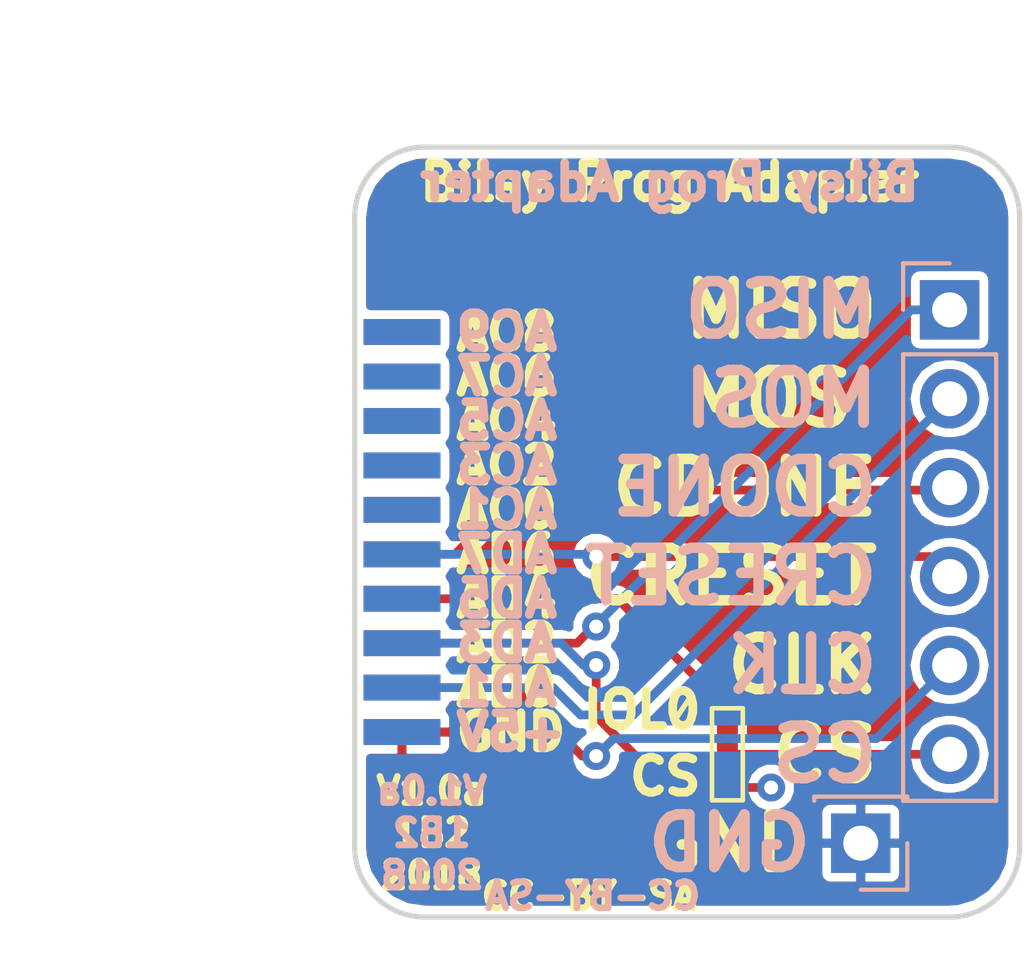
<source format=kicad_pcb>
(kicad_pcb (version 20171130) (host pcbnew 5.0.0-rc2-dev-unknown-c6ef0d5~62~ubuntu16.04.1)

  (general
    (thickness 0.8)
    (drawings 53)
    (tracks 43)
    (zones 0)
    (modules 4)
    (nets 21)
  )

  (page A4)
  (title_block
    (title "ftdi bitsy prog adapter")
    (rev V1.0a)
    (company 1BitSquared)
    (comment 1 "2018 (C) 1BitSquared <info@1bitsquared.com>")
    (comment 2 "2018 (C) Piotr Esden-Tempski <piotr@esden.net>")
    (comment 3 "License: CC-BY-SA 4.0")
  )

  (layers
    (0 F.Cu signal)
    (31 B.Cu signal)
    (33 F.Adhes user)
    (34 B.Paste user)
    (35 F.Paste user)
    (36 B.SilkS user)
    (37 F.SilkS user)
    (38 B.Mask user)
    (39 F.Mask user)
    (40 Dwgs.User user)
    (44 Edge.Cuts user)
    (46 B.CrtYd user)
    (47 F.CrtYd user)
    (48 B.Fab user)
    (49 F.Fab user)
  )

  (setup
    (last_trace_width 0.25)
    (trace_clearance 0.2)
    (zone_clearance 0.25)
    (zone_45_only yes)
    (trace_min 0.2)
    (segment_width 0.15)
    (edge_width 0.15)
    (via_size 0.8)
    (via_drill 0.4)
    (via_min_size 0.4)
    (via_min_drill 0.3)
    (uvia_size 0.3)
    (uvia_drill 0.1)
    (uvias_allowed no)
    (uvia_min_size 0.2)
    (uvia_min_drill 0.1)
    (pcb_text_width 0.3)
    (pcb_text_size 1.5 1.5)
    (mod_edge_width 0.15)
    (mod_text_size 1 1)
    (mod_text_width 0.15)
    (pad_size 1.524 1.524)
    (pad_drill 0.762)
    (pad_to_mask_clearance 0.05)
    (aux_axis_origin 0 0)
    (grid_origin 47 44)
    (visible_elements FFFFFF7F)
    (pcbplotparams
      (layerselection 0x010fc_ffffffff)
      (usegerberextensions false)
      (usegerberattributes false)
      (usegerberadvancedattributes false)
      (creategerberjobfile false)
      (excludeedgelayer true)
      (linewidth 0.300000)
      (plotframeref false)
      (viasonmask false)
      (mode 1)
      (useauxorigin false)
      (hpglpennumber 1)
      (hpglpenspeed 20)
      (hpglpendiameter 15)
      (psnegative false)
      (psa4output false)
      (plotreference true)
      (plotvalue true)
      (plotinvisibletext false)
      (padsonsilk false)
      (subtractmaskfromsilk false)
      (outputformat 1)
      (mirror false)
      (drillshape 1)
      (scaleselection 1)
      (outputdirectory ""))
  )

  (net 0 "")
  (net 1 GND)
  (net 2 +5V)
  (net 3 /DO)
  (net 4 /CS)
  (net 5 /GPIOL1)
  (net 6 /GPIOL3)
  (net 7 /SK)
  (net 8 /DI)
  (net 9 /GPIOL0)
  (net 10 /GPIOL2)
  (net 11 /GPIOH0)
  (net 12 /GPIOH2)
  (net 13 /GPIOH4)
  (net 14 /GPIOH6)
  (net 15 /GPIOH8)
  (net 16 /GPIOH1)
  (net 17 /GPIOH3)
  (net 18 /GPIOH5)
  (net 19 /GPIOH7)
  (net 20 /GPIOH9)

  (net_class Default "This is the default net class."
    (clearance 0.2)
    (trace_width 0.25)
    (via_dia 0.8)
    (via_drill 0.4)
    (uvia_dia 0.3)
    (uvia_drill 0.1)
    (add_net +5V)
    (add_net /CS)
    (add_net /DI)
    (add_net /DO)
    (add_net /GPIOH0)
    (add_net /GPIOH1)
    (add_net /GPIOH2)
    (add_net /GPIOH3)
    (add_net /GPIOH4)
    (add_net /GPIOH5)
    (add_net /GPIOH6)
    (add_net /GPIOH7)
    (add_net /GPIOH8)
    (add_net /GPIOH9)
    (add_net /GPIOL0)
    (add_net /GPIOL1)
    (add_net /GPIOL2)
    (add_net /GPIOL3)
    (add_net /SK)
    (add_net GND)
  )

  (module pkl_jumpers:J_0602 (layer F.Cu) (tedit 5530785E) (tstamp 5AAD912B)
    (at 40.65 50.35 270)
    (descr "Jumper Dual SMD 0602, reflow soldering")
    (tags "jumper 0402")
    (path /5AB9C48B)
    (attr smd)
    (fp_text reference J2 (at 0 -1.1 270) (layer F.Fab)
      (effects (font (size 0.635 0.635) (thickness 0.1)))
    )
    (fp_text value CS (at 0 1.2 270) (layer F.Fab)
      (effects (font (size 0.635 0.635) (thickness 0.1)))
    )
    (fp_line (start -1.315 -0.44) (end -1.315 0.44) (layer F.SilkS) (width 0.13))
    (fp_line (start 1.315 -0.44) (end 1.315 0.44) (layer F.SilkS) (width 0.13))
    (fp_line (start -1.375 -0.5) (end 1.375 -0.5) (layer F.CrtYd) (width 0.05))
    (fp_line (start -1.375 0.5) (end 1.375 0.5) (layer F.CrtYd) (width 0.05))
    (fp_line (start -1.375 -0.5) (end -1.375 0.5) (layer F.CrtYd) (width 0.05))
    (fp_line (start 1.375 -0.5) (end 1.375 0.5) (layer F.CrtYd) (width 0.05))
    (fp_line (start -1.315 -0.44) (end 1.315 -0.44) (layer F.SilkS) (width 0.13))
    (fp_line (start 1.315 0.44) (end -1.315 0.44) (layer F.SilkS) (width 0.13))
    (pad 1 smd rect (at -0.85 0 270) (size 0.65 0.6) (layers F.Cu F.Paste F.Mask)
      (net 9 /GPIOL0))
    (pad 2 smd rect (at 0 0 270) (size 0.65 0.6) (layers F.Cu F.Paste F.Mask)
      (net 9 /GPIOL0))
    (pad 3 smd rect (at 0.85 0 270) (size 0.65 0.6) (layers F.Cu F.Paste F.Mask)
      (net 4 /CS))
  )

  (module Connector_PinSocket_2.54mm:PinSocket_1x06_P2.54mm_Vertical (layer B.Cu) (tedit 5AA9BC7D) (tstamp 5AAD933B)
    (at 47 37.65 180)
    (descr "Through hole straight socket strip, 1x06, 2.54mm pitch, single row (from Kicad 4.0.7), script generated")
    (tags "Through hole socket strip THT 1x06 2.54mm single row")
    (path /5AB98614)
    (fp_text reference J4 (at 0 2.77 180) (layer B.Fab)
      (effects (font (size 1 1) (thickness 0.15)) (justify mirror))
    )
    (fp_text value Prog (at 0 -15.47 180) (layer B.Fab)
      (effects (font (size 1 1) (thickness 0.15)) (justify mirror))
    )
    (fp_line (start -1.27 1.27) (end 0.635 1.27) (layer B.Fab) (width 0.1))
    (fp_line (start 0.635 1.27) (end 1.27 0.635) (layer B.Fab) (width 0.1))
    (fp_line (start 1.27 0.635) (end 1.27 -13.97) (layer B.Fab) (width 0.1))
    (fp_line (start 1.27 -13.97) (end -1.27 -13.97) (layer B.Fab) (width 0.1))
    (fp_line (start -1.27 -13.97) (end -1.27 1.27) (layer B.Fab) (width 0.1))
    (fp_line (start -1.33 -1.27) (end 1.33 -1.27) (layer B.SilkS) (width 0.12))
    (fp_line (start -1.33 -1.27) (end -1.33 -14.03) (layer B.SilkS) (width 0.12))
    (fp_line (start -1.33 -14.03) (end 1.33 -14.03) (layer B.SilkS) (width 0.12))
    (fp_line (start 1.33 -1.27) (end 1.33 -14.03) (layer B.SilkS) (width 0.12))
    (fp_line (start 1.33 1.33) (end 1.33 0) (layer B.SilkS) (width 0.12))
    (fp_line (start 0 1.33) (end 1.33 1.33) (layer B.SilkS) (width 0.12))
    (fp_line (start -1.8 1.8) (end 1.75 1.8) (layer B.CrtYd) (width 0.05))
    (fp_line (start 1.75 1.8) (end 1.75 -14.45) (layer B.CrtYd) (width 0.05))
    (fp_line (start 1.75 -14.45) (end -1.8 -14.45) (layer B.CrtYd) (width 0.05))
    (fp_line (start -1.8 -14.45) (end -1.8 1.8) (layer B.CrtYd) (width 0.05))
    (pad 1 thru_hole rect (at 0 0 180) (size 1.7 1.7) (drill 1) (layers *.Cu *.Mask)
      (net 8 /DI))
    (pad 2 thru_hole oval (at 0 -2.54 180) (size 1.7 1.7) (drill 1) (layers *.Cu *.Mask)
      (net 3 /DO))
    (pad 3 thru_hole oval (at 0 -5.08 180) (size 1.7 1.7) (drill 1) (layers *.Cu *.Mask)
      (net 10 /GPIOL2))
    (pad 4 thru_hole oval (at 0 -7.62 180) (size 1.7 1.7) (drill 1) (layers *.Cu *.Mask)
      (net 6 /GPIOL3))
    (pad 5 thru_hole oval (at 0 -10.16 180) (size 1.7 1.7) (drill 1) (layers *.Cu *.Mask)
      (net 7 /SK))
    (pad 6 thru_hole oval (at 0 -12.7 180) (size 1.7 1.7) (drill 1) (layers *.Cu *.Mask)
      (net 9 /GPIOL0))
    (model ${KISYS3DMOD}/Connector_PinSocket_2.54mm.3dshapes/PinSocket_1x06_P2.54mm_Vertical.wrl
      (at (xyz 0 0 0))
      (scale (xyz 1 1 1))
      (rotate (xyz 0 0 0))
    )
  )

  (module Connector_PinSocket_2.54mm:PinSocket_1x01_P2.54mm_Vertical (layer B.Cu) (tedit 5AA9BC79) (tstamp 5AAD92FD)
    (at 44.46 52.89)
    (descr "Through hole straight socket strip, 1x01, 2.54mm pitch, single row (from Kicad 4.0.7), script generated")
    (tags "Through hole socket strip THT 1x01 2.54mm single row")
    (path /5AB98774)
    (fp_text reference J3 (at 0 2.77) (layer B.Fab)
      (effects (font (size 1 1) (thickness 0.15)) (justify mirror))
    )
    (fp_text value GND (at 0 -2.77) (layer B.Fab)
      (effects (font (size 1 1) (thickness 0.15)) (justify mirror))
    )
    (fp_line (start -1.27 1.27) (end 0.635 1.27) (layer B.Fab) (width 0.1))
    (fp_line (start 0.635 1.27) (end 1.27 0.635) (layer B.Fab) (width 0.1))
    (fp_line (start 1.27 0.635) (end 1.27 -1.27) (layer B.Fab) (width 0.1))
    (fp_line (start 1.27 -1.27) (end -1.27 -1.27) (layer B.Fab) (width 0.1))
    (fp_line (start -1.27 -1.27) (end -1.27 1.27) (layer B.Fab) (width 0.1))
    (fp_line (start -1.33 -1.33) (end 1.33 -1.33) (layer B.SilkS) (width 0.12))
    (fp_line (start -1.33 -1.21) (end -1.33 -1.33) (layer B.SilkS) (width 0.12))
    (fp_line (start 1.33 -1.21) (end 1.33 -1.33) (layer B.SilkS) (width 0.12))
    (fp_line (start 1.33 1.33) (end 1.33 0) (layer B.SilkS) (width 0.12))
    (fp_line (start 0 1.33) (end 1.33 1.33) (layer B.SilkS) (width 0.12))
    (fp_line (start -1.8 1.8) (end 1.75 1.8) (layer B.CrtYd) (width 0.05))
    (fp_line (start 1.75 1.8) (end 1.75 -1.75) (layer B.CrtYd) (width 0.05))
    (fp_line (start 1.75 -1.75) (end -1.8 -1.75) (layer B.CrtYd) (width 0.05))
    (fp_line (start -1.8 -1.75) (end -1.8 1.8) (layer B.CrtYd) (width 0.05))
    (fp_text user %R (at 0 0) (layer B.Fab)
      (effects (font (size 1 1) (thickness 0.15)) (justify mirror))
    )
    (pad 1 thru_hole rect (at 0 0) (size 1.7 1.7) (drill 1) (layers *.Cu *.Mask)
      (net 1 GND))
    (model ${KISYS3DMOD}/Connector_PinSocket_2.54mm.3dshapes/PinSocket_1x01_P2.54mm_Vertical.wrl
      (at (xyz 0 0 0))
      (scale (xyz 1 1 1))
      (rotate (xyz 0 0 0))
    )
  )

  (module pkl_samtec:FTSH-EDGE-20pin (layer B.Cu) (tedit 5AA86B70) (tstamp 5AABA328)
    (at 30 44 90)
    (path /5BD3E874)
    (fp_text reference J1 (at 5.3 -0.9 90) (layer B.Fab)
      (effects (font (size 1 1) (thickness 0.15)) (justify mirror))
    )
    (fp_text value Conn (at -4.4 -0.9 90) (layer B.Fab)
      (effects (font (size 1 1) (thickness 0.15)) (justify mirror))
    )
    (fp_line (start -3.175 0.203) (end -3.175 1.894) (layer F.Fab) (width 0.406))
    (fp_line (start 6.35 0) (end 6.35 -0.5) (layer B.Fab) (width 0.1))
    (fp_line (start -6.35 0) (end -6.35 -0.5) (layer B.Fab) (width 0.1))
    (fp_line (start -6.35 0) (end 6.35 0) (layer B.Fab) (width 0.1))
    (fp_line (start -6.35 0) (end 6.35 0) (layer F.Fab) (width 0.1))
    (fp_line (start -6.35 0) (end -6.35 -0.5) (layer F.Fab) (width 0.1))
    (fp_line (start 6.35 0) (end 6.35 -0.5) (layer F.Fab) (width 0.1))
    (fp_line (start -4.445 0.203) (end -4.445 1.894) (layer F.Fab) (width 0.406))
    (fp_line (start -5.715 0.203) (end -5.715 1.894) (layer F.Fab) (width 0.406))
    (fp_line (start -1.905 0.203) (end -1.905 1.894) (layer F.Fab) (width 0.406))
    (fp_line (start -0.635 0.203) (end -0.635 1.894) (layer F.Fab) (width 0.406))
    (fp_line (start -5.715 0.203) (end -5.715 1.894) (layer B.Fab) (width 0.406))
    (fp_line (start -4.445 0.203) (end -4.445 1.894) (layer B.Fab) (width 0.406))
    (fp_line (start -3.175 0.203) (end -3.175 1.894) (layer B.Fab) (width 0.406))
    (fp_line (start -1.905 0.203) (end -1.905 1.894) (layer B.Fab) (width 0.406))
    (fp_line (start -0.635 0.203) (end -0.635 1.894) (layer B.Fab) (width 0.406))
    (fp_line (start 0.635 0.203) (end 0.635 1.894) (layer F.Fab) (width 0.406))
    (fp_line (start 1.905 0.203) (end 1.905 1.894) (layer F.Fab) (width 0.406))
    (fp_line (start 3.175 0.203) (end 3.175 1.894) (layer F.Fab) (width 0.406))
    (fp_line (start 4.445 0.203) (end 4.445 1.894) (layer F.Fab) (width 0.406))
    (fp_line (start 5.715 0.203) (end 5.715 1.894) (layer F.Fab) (width 0.406))
    (fp_line (start 0.635 0.203) (end 0.635 1.894) (layer B.Fab) (width 0.406))
    (fp_line (start 1.905 0.203) (end 1.905 1.894) (layer B.Fab) (width 0.406))
    (fp_line (start 3.175 0.203) (end 3.175 1.894) (layer B.Fab) (width 0.406))
    (fp_line (start 4.445 0.203) (end 4.445 1.894) (layer B.Fab) (width 0.406))
    (fp_line (start 5.715 0.203) (end 5.715 1.894) (layer B.Fab) (width 0.406))
    (pad 1 smd rect (at -5.715 1.35 90) (size 0.74 2.2) (layers B.Cu B.Paste B.Mask)
      (net 2 +5V))
    (pad 2 smd rect (at -5.715 1.35 90) (size 0.74 2.2) (layers F.Cu F.Paste F.Mask)
      (net 1 GND))
    (pad 3 smd rect (at -4.445 1.35 90) (size 0.74 2.2) (layers B.Cu B.Paste B.Mask)
      (net 3 /DO))
    (pad 5 smd rect (at -3.175 1.35 90) (size 0.74 2.2) (layers B.Cu B.Paste B.Mask)
      (net 4 /CS))
    (pad 7 smd rect (at -1.905 1.35 90) (size 0.74 2.2) (layers B.Cu B.Paste B.Mask)
      (net 5 /GPIOL1))
    (pad 9 smd rect (at -0.635 1.35 90) (size 0.74 2.2) (layers B.Cu B.Paste B.Mask)
      (net 6 /GPIOL3))
    (pad 4 smd rect (at -4.445 1.35 90) (size 0.74 2.2) (layers F.Cu F.Paste F.Mask)
      (net 7 /SK))
    (pad 6 smd rect (at -3.175 1.35 90) (size 0.74 2.2) (layers F.Cu F.Paste F.Mask)
      (net 8 /DI))
    (pad 8 smd rect (at -1.905 1.35 90) (size 0.74 2.2) (layers F.Cu F.Paste F.Mask)
      (net 9 /GPIOL0))
    (pad 10 smd rect (at -0.635 1.35 90) (size 0.74 2.2) (layers F.Cu F.Paste F.Mask)
      (net 10 /GPIOL2))
    (pad 12 smd rect (at 0.635 1.35 90) (size 0.74 2.2) (layers F.Cu F.Paste F.Mask)
      (net 11 /GPIOH0))
    (pad 14 smd rect (at 1.905 1.35 90) (size 0.74 2.2) (layers F.Cu F.Paste F.Mask)
      (net 12 /GPIOH2))
    (pad 16 smd rect (at 3.175 1.35 90) (size 0.74 2.2) (layers F.Cu F.Paste F.Mask)
      (net 13 /GPIOH4))
    (pad 18 smd rect (at 4.445 1.35 90) (size 0.74 2.2) (layers F.Cu F.Paste F.Mask)
      (net 14 /GPIOH6))
    (pad 20 smd rect (at 5.715 1.35 90) (size 0.74 2.2) (layers F.Cu F.Paste F.Mask)
      (net 15 /GPIOH8))
    (pad 11 smd rect (at 0.635 1.35 90) (size 0.74 2.2) (layers B.Cu B.Paste B.Mask)
      (net 16 /GPIOH1))
    (pad 13 smd rect (at 1.905 1.35 90) (size 0.74 2.2) (layers B.Cu B.Paste B.Mask)
      (net 17 /GPIOH3))
    (pad 15 smd rect (at 3.175 1.35 90) (size 0.74 2.2) (layers B.Cu B.Paste B.Mask)
      (net 18 /GPIOH5))
    (pad 17 smd rect (at 4.445 1.35 90) (size 0.74 2.2) (layers B.Cu B.Paste B.Mask)
      (net 19 /GPIOH7))
    (pad 19 smd rect (at 5.715 1.35 90) (size 0.74 2.2) (layers B.Cu B.Paste B.Mask)
      (net 20 /GPIOH9))
  )

  (gr_text MISO (at 45.095 37.65) (layer B.SilkS) (tstamp 5AAD97EE)
    (effects (font (size 1.5 1.5) (thickness 0.3)) (justify left mirror))
  )
  (gr_text MOSI (at 45.095 40.19) (layer B.SilkS) (tstamp 5AAD97E5)
    (effects (font (size 1.5 1.5) (thickness 0.3)) (justify left mirror))
  )
  (gr_text CDONE (at 45.095 42.73) (layer B.SilkS) (tstamp 5AAD97DC)
    (effects (font (size 1.5 1.5) (thickness 0.3)) (justify left mirror))
  )
  (gr_text CRESET (at 45.095 45.27) (layer B.SilkS) (tstamp 5AAD97D3)
    (effects (font (size 1.5 1.5) (thickness 0.3)) (justify left mirror))
  )
  (gr_text CLK (at 45.095 47.8) (layer B.SilkS) (tstamp 5AAD97CE)
    (effects (font (size 1.5 1.5) (thickness 0.3)) (justify left mirror))
  )
  (gr_text CS (at 45.095 50.35) (layer B.SilkS) (tstamp 5AAD97C9)
    (effects (font (size 1.5 1.5) (thickness 0.3)) (justify left mirror))
  )
  (dimension 19 (width 0.3) (layer Dwgs.User)
    (gr_text "19.000 mm" (at 39.5 30.65) (layer Dwgs.User)
      (effects (font (size 1.5 1.5) (thickness 0.3)))
    )
    (feature1 (pts (xy 49 35) (xy 49 29.3)))
    (feature2 (pts (xy 30 35) (xy 30 29.3)))
    (crossbar (pts (xy 30 32) (xy 49 32)))
    (arrow1a (pts (xy 49 32) (xy 47.873496 32.586421)))
    (arrow1b (pts (xy 49 32) (xy 47.873496 31.413579)))
    (arrow2a (pts (xy 30 32) (xy 31.126504 32.586421)))
    (arrow2b (pts (xy 30 32) (xy 31.126504 31.413579)))
  )
  (dimension 22 (width 0.3) (layer Dwgs.User)
    (gr_text "22.000 mm" (at 26.15 44 90) (layer Dwgs.User)
      (effects (font (size 1.5 1.5) (thickness 0.3)))
    )
    (feature1 (pts (xy 32 33) (xy 24.8 33)))
    (feature2 (pts (xy 32 55) (xy 24.8 55)))
    (crossbar (pts (xy 27.5 55) (xy 27.5 33)))
    (arrow1a (pts (xy 27.5 33) (xy 28.086421 34.126504)))
    (arrow1b (pts (xy 27.5 33) (xy 26.913579 34.126504)))
    (arrow2a (pts (xy 27.5 55) (xy 28.086421 53.873496)))
    (arrow2b (pts (xy 27.5 55) (xy 26.913579 53.873496)))
  )
  (gr_line (start 39.2 49.3) (end 39.6 48.7) (layer F.SilkS) (width 0.15))
  (gr_text GND (at 43.19 52.89) (layer B.SilkS) (tstamp 5AAD96AD)
    (effects (font (size 1.5 1.5) (thickness 0.3)) (justify left mirror))
  )
  (gr_text CS (at 40.015 50.985) (layer F.SilkS) (tstamp 5AAD9606)
    (effects (font (size 1 1) (thickness 0.25)) (justify right))
  )
  (gr_text IOL0 (at 40.015 49.08) (layer F.SilkS) (tstamp 5AAD95FF)
    (effects (font (size 1 1) (thickness 0.25)) (justify right))
  )
  (gr_text GND (at 43.19 52.89) (layer F.SilkS) (tstamp 5AAD95DD)
    (effects (font (size 1.5 1.5) (thickness 0.3)) (justify right))
  )
  (gr_text CS (at 45.095 50.35) (layer F.SilkS) (tstamp 5AAD95D9)
    (effects (font (size 1.5 1.5) (thickness 0.3)) (justify right))
  )
  (gr_text CLK (at 45.095 47.81) (layer F.SilkS) (tstamp 5AAD95D5)
    (effects (font (size 1.5 1.5) (thickness 0.3)) (justify right))
  )
  (gr_text CRESET (at 45.095 45.27) (layer F.SilkS) (tstamp 5AAD95CE)
    (effects (font (size 1.5 1.5) (thickness 0.3)) (justify right))
  )
  (gr_text CDONE (at 45.095 42.73) (layer F.SilkS) (tstamp 5AAD95CA)
    (effects (font (size 1.5 1.5) (thickness 0.3)) (justify right))
  )
  (gr_text MOSI (at 45.095 40.19) (layer F.SilkS) (tstamp 5AAD941E)
    (effects (font (size 1.5 1.5) (thickness 0.3)) (justify right))
  )
  (gr_text MISO (at 45.095 37.65) (layer F.SilkS)
    (effects (font (size 1.5 1.5) (thickness 0.3)) (justify right))
  )
  (gr_text CC-BY-SA (at 36.8 54.4) (layer B.SilkS) (tstamp 5AABB431)
    (effects (font (size 0.75 0.75) (thickness 0.1875)) (justify mirror))
  )
  (gr_text CC-BY-SA (at 36.7 54.4) (layer F.SilkS) (tstamp 5AABB42B)
    (effects (font (size 0.75 0.75) (thickness 0.1875)))
  )
  (gr_text "V1.0a\n1B2\n2018" (at 32.2 52.6) (layer F.SilkS) (tstamp 5AABB427)
    (effects (font (size 0.75 0.75) (thickness 0.1875)))
  )
  (gr_text "V1.0a\n1B2\n2018" (at 32.2 52.6) (layer B.SilkS) (tstamp 5AABB423)
    (effects (font (size 0.75 0.75) (thickness 0.1875)) (justify mirror))
  )
  (gr_text "Bitsy Prog Adapter" (at 39 34) (layer B.SilkS) (tstamp 5AAD9677)
    (effects (font (size 1 1) (thickness 0.25)) (justify mirror))
  )
  (gr_text "Bitsy Prog Adapter" (at 39 34) (layer F.SilkS)
    (effects (font (size 1 1) (thickness 0.25)))
  )
  (gr_arc (start 32 53) (end 30 53) (angle -90) (layer Edge.Cuts) (width 0.15))
  (gr_arc (start 47 53) (end 47 55) (angle -90) (layer Edge.Cuts) (width 0.15))
  (gr_arc (start 47 35) (end 49 35) (angle -90) (layer Edge.Cuts) (width 0.15))
  (gr_arc (start 32 35) (end 32 33) (angle -90) (layer Edge.Cuts) (width 0.15))
  (gr_text +5V (at 32.775 49.715) (layer B.SilkS) (tstamp 5AABAF9D)
    (effects (font (size 1 1) (thickness 0.25)) (justify right mirror))
  )
  (gr_text AD1 (at 32.775 48.445) (layer B.SilkS) (tstamp 5AABAF99)
    (effects (font (size 1 1) (thickness 0.25)) (justify right mirror))
  )
  (gr_text AD3 (at 32.775 47.175) (layer B.SilkS) (tstamp 5AABAF95)
    (effects (font (size 1 1) (thickness 0.25)) (justify right mirror))
  )
  (gr_text AD5 (at 32.775 45.905) (layer B.SilkS) (tstamp 5AABAF91)
    (effects (font (size 1 1) (thickness 0.25)) (justify right mirror))
  )
  (gr_text AD7 (at 32.775 44.635) (layer B.SilkS) (tstamp 5AABAF8D)
    (effects (font (size 1 1) (thickness 0.25)) (justify right mirror))
  )
  (gr_text AC1 (at 32.775 43.365) (layer B.SilkS) (tstamp 5AABAF89)
    (effects (font (size 1 1) (thickness 0.25)) (justify right mirror))
  )
  (gr_text AC3 (at 32.775 42.095) (layer B.SilkS) (tstamp 5AABAF85)
    (effects (font (size 1 1) (thickness 0.25)) (justify right mirror))
  )
  (gr_text AC5 (at 32.775 40.825) (layer B.SilkS) (tstamp 5AABAF81)
    (effects (font (size 1 1) (thickness 0.25)) (justify right mirror))
  )
  (gr_text AC7 (at 32.775 39.555) (layer B.SilkS) (tstamp 5AABAF7D)
    (effects (font (size 1 1) (thickness 0.25)) (justify right mirror))
  )
  (gr_text AC9 (at 32.775 38.285) (layer B.SilkS) (tstamp 5AABAF78)
    (effects (font (size 1 1) (thickness 0.25)) (justify right mirror))
  )
  (gr_text AC8 (at 32.775 38.285) (layer F.SilkS) (tstamp 5AABAF6D)
    (effects (font (size 1 1) (thickness 0.25)) (justify left))
  )
  (gr_text AC6 (at 32.775 39.555) (layer F.SilkS) (tstamp 5AABAF6B)
    (effects (font (size 1 1) (thickness 0.25)) (justify left))
  )
  (gr_text AC4 (at 32.775 40.825) (layer F.SilkS) (tstamp 5AABAF68)
    (effects (font (size 1 1) (thickness 0.25)) (justify left))
  )
  (gr_text AC2 (at 32.775 42.095) (layer F.SilkS) (tstamp 5AABAF63)
    (effects (font (size 1 1) (thickness 0.25)) (justify left))
  )
  (gr_text AC0 (at 32.775 43.365) (layer F.SilkS) (tstamp 5AABAF5E)
    (effects (font (size 1 1) (thickness 0.25)) (justify left))
  )
  (gr_text AD6 (at 32.775 44.635) (layer F.SilkS) (tstamp 5AABAF59)
    (effects (font (size 1 1) (thickness 0.25)) (justify left))
  )
  (gr_text AD4 (at 32.775 45.905) (layer F.SilkS) (tstamp 5AABAF55)
    (effects (font (size 1 1) (thickness 0.25)) (justify left))
  )
  (gr_text AD2 (at 32.775 47.175) (layer F.SilkS) (tstamp 5AABAF51)
    (effects (font (size 1 1) (thickness 0.25)) (justify left))
  )
  (gr_text AD0 (at 32.775 48.445) (layer F.SilkS) (tstamp 5AABAF4D)
    (effects (font (size 1 1) (thickness 0.25)) (justify left))
  )
  (gr_text GND (at 32.775 49.715) (layer F.SilkS) (tstamp 5AABABE1)
    (effects (font (size 1 1) (thickness 0.25)) (justify left))
  )
  (gr_line (start 30 53) (end 30 35) (layer Edge.Cuts) (width 0.15))
  (gr_line (start 47 55) (end 32 55) (layer Edge.Cuts) (width 0.15))
  (gr_line (start 49 35) (end 49 53) (layer Edge.Cuts) (width 0.15))
  (gr_line (start 32 33) (end 47 33) (layer Edge.Cuts) (width 0.15))

  (segment (start 36.451999 49.225001) (end 37.964999 49.225001) (width 0.25) (layer B.Cu) (net 3))
  (segment (start 35.671998 48.445) (end 36.451999 49.225001) (width 0.25) (layer B.Cu) (net 3))
  (segment (start 37.964999 49.225001) (end 47 40.19) (width 0.25) (layer B.Cu) (net 3))
  (segment (start 31.35 48.445) (end 35.671998 48.445) (width 0.25) (layer B.Cu) (net 3))
  (segment (start 36.9 49.265685) (end 36.9 47.800006) (width 0.25) (layer F.Cu) (net 4))
  (segment (start 31.35 47.175) (end 35.901996 47.175) (width 0.25) (layer B.Cu) (net 4))
  (segment (start 38.834315 51.2) (end 36.9 49.265685) (width 0.25) (layer F.Cu) (net 4))
  (segment (start 40.65 51.2) (end 38.834315 51.2) (width 0.25) (layer F.Cu) (net 4))
  (segment (start 36.527002 47.800006) (end 36.9 47.800006) (width 0.25) (layer B.Cu) (net 4))
  (segment (start 35.901996 47.175) (end 36.527002 47.800006) (width 0.25) (layer B.Cu) (net 4))
  (via (at 36.9 47.800006) (size 0.8) (drill 0.4) (layers F.Cu B.Cu) (net 4))
  (segment (start 41.9 51.3) (end 40.75 51.3) (width 0.25) (layer F.Cu) (net 4))
  (segment (start 40.75 51.3) (end 40.65 51.2) (width 0.25) (layer F.Cu) (net 4))
  (via (at 41.9 51.3) (size 0.8) (drill 0.4) (layers F.Cu B.Cu) (net 4))
  (segment (start 47 45.27) (end 46.430004 44.700004) (width 0.25) (layer F.Cu) (net 6))
  (segment (start 46.430004 44.700004) (end 44.200004 44.700004) (width 0.25) (layer F.Cu) (net 6))
  (segment (start 44.200004 44.700004) (end 36.9 44.700004) (width 0.25) (layer F.Cu) (net 6))
  (via (at 36.9 44.700004) (size 0.8) (drill 0.4) (layers F.Cu B.Cu) (net 6))
  (segment (start 31.35 44.635) (end 36.834996 44.635) (width 0.25) (layer B.Cu) (net 6))
  (segment (start 36.834996 44.635) (end 36.9 44.700004) (width 0.25) (layer B.Cu) (net 6))
  (segment (start 37.400003 49.900001) (end 36.900004 50.4) (width 0.25) (layer B.Cu) (net 7))
  (segment (start 34.545 48.445) (end 36.5 50.4) (width 0.25) (layer F.Cu) (net 7))
  (segment (start 31.35 48.445) (end 34.545 48.445) (width 0.25) (layer F.Cu) (net 7))
  (segment (start 36.5 50.4) (end 36.900004 50.4) (width 0.25) (layer F.Cu) (net 7))
  (segment (start 47 47.81) (end 44.909999 49.900001) (width 0.25) (layer B.Cu) (net 7))
  (segment (start 44.909999 49.900001) (end 37.400003 49.900001) (width 0.25) (layer B.Cu) (net 7))
  (via (at 36.900004 50.4) (size 0.8) (drill 0.4) (layers F.Cu B.Cu) (net 7))
  (segment (start 47 37.65) (end 45.9 37.65) (width 0.25) (layer B.Cu) (net 8))
  (segment (start 36.826996 46.7) (end 36.9 46.7) (width 0.25) (layer F.Cu) (net 8))
  (segment (start 36.351996 47.175) (end 36.826996 46.7) (width 0.25) (layer F.Cu) (net 8))
  (segment (start 45.9 37.65) (end 36.9 46.65) (width 0.25) (layer B.Cu) (net 8))
  (segment (start 36.9 46.65) (end 36.9 46.7) (width 0.25) (layer B.Cu) (net 8))
  (segment (start 31.35 47.175) (end 36.351996 47.175) (width 0.25) (layer F.Cu) (net 8))
  (via (at 36.9 46.7) (size 0.8) (drill 0.4) (layers F.Cu B.Cu) (net 8))
  (segment (start 31.35 45.905) (end 37.505 45.905) (width 0.25) (layer F.Cu) (net 9))
  (segment (start 37.505 45.905) (end 40.65 49.05) (width 0.25) (layer F.Cu) (net 9))
  (segment (start 40.65 49.05) (end 40.65 49.5) (width 0.25) (layer F.Cu) (net 9))
  (segment (start 40.65 49.5) (end 40.65 50.35) (width 0.25) (layer F.Cu) (net 9))
  (segment (start 40.65 50.35) (end 47 50.35) (width 0.25) (layer F.Cu) (net 9))
  (segment (start 31.35 44.635) (end 32.865 44.635) (width 0.25) (layer F.Cu) (net 10))
  (segment (start 32.865 44.635) (end 34.7 42.8) (width 0.25) (layer F.Cu) (net 10))
  (segment (start 34.7 42.8) (end 46.93 42.8) (width 0.25) (layer F.Cu) (net 10))
  (segment (start 46.93 42.8) (end 47 42.73) (width 0.25) (layer F.Cu) (net 10))

  (zone (net 1) (net_name GND) (layer F.Cu) (tstamp 0) (hatch edge 0.508)
    (connect_pads (clearance 0.25))
    (min_thickness 0.25)
    (fill yes (arc_segments 16) (thermal_gap 0.25) (thermal_bridge_width 0.26))
    (polygon
      (pts
        (xy 30 33) (xy 49 33) (xy 49 55) (xy 30 55)
      )
    )
    (filled_polygon
      (pts
        (xy 47.433745 33.516708) (xy 47.832621 33.698066) (xy 48.164564 33.984087) (xy 48.402887 34.351776) (xy 48.532892 34.78648)
        (xy 48.55 35.016702) (xy 48.550001 52.967935) (xy 48.483292 53.433746) (xy 48.301935 53.83262) (xy 48.015912 54.164565)
        (xy 47.648228 54.402886) (xy 47.21352 54.532892) (xy 46.983298 54.55) (xy 32.032058 54.55) (xy 31.566254 54.483292)
        (xy 31.16738 54.301935) (xy 30.835435 54.015912) (xy 30.597114 53.648228) (xy 30.467108 53.21352) (xy 30.450406 52.98875)
        (xy 43.235 52.98875) (xy 43.235 53.814592) (xy 43.29209 53.952421) (xy 43.39758 54.05791) (xy 43.535408 54.115)
        (xy 44.36125 54.115) (xy 44.455 54.02125) (xy 44.455 52.895) (xy 44.465 52.895) (xy 44.465 54.02125)
        (xy 44.55875 54.115) (xy 45.384592 54.115) (xy 45.52242 54.05791) (xy 45.62791 53.952421) (xy 45.685 53.814592)
        (xy 45.685 52.98875) (xy 45.59125 52.895) (xy 44.465 52.895) (xy 44.455 52.895) (xy 43.32875 52.895)
        (xy 43.235 52.98875) (xy 30.450406 52.98875) (xy 30.45 52.983298) (xy 30.45 50.46) (xy 31.25125 50.46)
        (xy 31.345 50.36625) (xy 31.345 49.72) (xy 31.355 49.72) (xy 31.355 50.36625) (xy 31.44875 50.46)
        (xy 32.524592 50.46) (xy 32.662421 50.40291) (xy 32.76791 50.29742) (xy 32.825 50.159592) (xy 32.825 49.81375)
        (xy 32.73125 49.72) (xy 31.355 49.72) (xy 31.345 49.72) (xy 31.325 49.72) (xy 31.325 49.71)
        (xy 31.345 49.71) (xy 31.345 49.69) (xy 31.355 49.69) (xy 31.355 49.71) (xy 32.73125 49.71)
        (xy 32.825 49.61625) (xy 32.825 49.270408) (xy 32.76791 49.13258) (xy 32.720491 49.085161) (xy 32.803242 48.961317)
        (xy 32.806488 48.945) (xy 34.337894 48.945) (xy 36.111623 50.718729) (xy 36.13952 50.76048) (xy 36.237616 50.826025)
        (xy 36.242991 50.839002) (xy 36.461002 51.057013) (xy 36.745847 51.175) (xy 37.054161 51.175) (xy 37.339006 51.057013)
        (xy 37.557017 50.839002) (xy 37.618289 50.69108) (xy 38.445938 51.518729) (xy 38.473835 51.56048) (xy 38.623496 51.660479)
        (xy 38.639225 51.670989) (xy 38.834315 51.709796) (xy 38.883561 51.7) (xy 40.015924 51.7) (xy 40.079641 51.795359)
        (xy 40.203683 51.878242) (xy 40.35 51.907346) (xy 40.95 51.907346) (xy 41.096317 51.878242) (xy 41.213413 51.8)
        (xy 41.303985 51.8) (xy 41.460998 51.957013) (xy 41.745843 52.075) (xy 42.054157 52.075) (xy 42.318734 51.965408)
        (xy 43.235 51.965408) (xy 43.235 52.79125) (xy 43.32875 52.885) (xy 44.455 52.885) (xy 44.455 51.75875)
        (xy 44.465 51.75875) (xy 44.465 52.885) (xy 45.59125 52.885) (xy 45.685 52.79125) (xy 45.685 51.965408)
        (xy 45.62791 51.827579) (xy 45.52242 51.72209) (xy 45.384592 51.665) (xy 44.55875 51.665) (xy 44.465 51.75875)
        (xy 44.455 51.75875) (xy 44.36125 51.665) (xy 43.535408 51.665) (xy 43.39758 51.72209) (xy 43.29209 51.827579)
        (xy 43.235 51.965408) (xy 42.318734 51.965408) (xy 42.339002 51.957013) (xy 42.557013 51.739002) (xy 42.675 51.454157)
        (xy 42.675 51.145843) (xy 42.557013 50.860998) (xy 42.546015 50.85) (xy 45.860794 50.85) (xy 46.116824 51.233176)
        (xy 46.522029 51.503925) (xy 46.879348 51.575) (xy 47.120652 51.575) (xy 47.477971 51.503925) (xy 47.883176 51.233176)
        (xy 48.153925 50.827971) (xy 48.248999 50.35) (xy 48.153925 49.872029) (xy 47.883176 49.466824) (xy 47.477971 49.196075)
        (xy 47.120652 49.125) (xy 46.879348 49.125) (xy 46.522029 49.196075) (xy 46.116824 49.466824) (xy 45.860794 49.85)
        (xy 41.327373 49.85) (xy 41.332346 49.825) (xy 41.332346 49.175) (xy 41.303242 49.028683) (xy 41.220359 48.904641)
        (xy 41.100871 48.824801) (xy 41.060067 48.763733) (xy 41.01048 48.68952) (xy 40.968733 48.661626) (xy 40.117107 47.81)
        (xy 45.751001 47.81) (xy 45.846075 48.287971) (xy 46.116824 48.693176) (xy 46.522029 48.963925) (xy 46.879348 49.035)
        (xy 47.120652 49.035) (xy 47.477971 48.963925) (xy 47.883176 48.693176) (xy 48.153925 48.287971) (xy 48.248999 47.81)
        (xy 48.153925 47.332029) (xy 47.883176 46.926824) (xy 47.477971 46.656075) (xy 47.120652 46.585) (xy 46.879348 46.585)
        (xy 46.522029 46.656075) (xy 46.116824 46.926824) (xy 45.846075 47.332029) (xy 45.751001 47.81) (xy 40.117107 47.81)
        (xy 37.893377 45.586271) (xy 37.86548 45.54452) (xy 37.70009 45.434011) (xy 37.554243 45.405) (xy 37.554241 45.405)
        (xy 37.505 45.395205) (xy 37.455759 45.405) (xy 37.223161 45.405) (xy 37.339002 45.357017) (xy 37.496015 45.200004)
        (xy 45.764924 45.200004) (xy 45.751001 45.27) (xy 45.846075 45.747971) (xy 46.116824 46.153176) (xy 46.522029 46.423925)
        (xy 46.879348 46.495) (xy 47.120652 46.495) (xy 47.477971 46.423925) (xy 47.883176 46.153176) (xy 48.153925 45.747971)
        (xy 48.248999 45.27) (xy 48.153925 44.792029) (xy 47.883176 44.386824) (xy 47.477971 44.116075) (xy 47.120652 44.045)
        (xy 46.879348 44.045) (xy 46.522029 44.116075) (xy 46.403057 44.195569) (xy 46.380763 44.200004) (xy 37.496015 44.200004)
        (xy 37.339002 44.042991) (xy 37.054157 43.925004) (xy 36.745843 43.925004) (xy 36.460998 44.042991) (xy 36.242987 44.261002)
        (xy 36.125 44.545847) (xy 36.125 44.854161) (xy 36.242987 45.139006) (xy 36.460998 45.357017) (xy 36.576839 45.405)
        (xy 32.806488 45.405) (xy 32.803242 45.388683) (xy 32.72394 45.27) (xy 32.803242 45.151317) (xy 32.806488 45.135)
        (xy 32.815759 45.135) (xy 32.865 45.144795) (xy 32.914241 45.135) (xy 32.914243 45.135) (xy 33.06009 45.105989)
        (xy 33.22548 44.99548) (xy 33.253376 44.95373) (xy 34.907107 43.3) (xy 45.907567 43.3) (xy 46.116824 43.613176)
        (xy 46.522029 43.883925) (xy 46.879348 43.955) (xy 47.120652 43.955) (xy 47.477971 43.883925) (xy 47.883176 43.613176)
        (xy 48.153925 43.207971) (xy 48.248999 42.73) (xy 48.153925 42.252029) (xy 47.883176 41.846824) (xy 47.477971 41.576075)
        (xy 47.120652 41.505) (xy 46.879348 41.505) (xy 46.522029 41.576075) (xy 46.116824 41.846824) (xy 45.846075 42.252029)
        (xy 45.836533 42.3) (xy 34.749243 42.3) (xy 34.7 42.290205) (xy 34.650757 42.3) (xy 34.50491 42.329011)
        (xy 34.33952 42.43952) (xy 34.311626 42.481267) (xy 32.751559 44.041335) (xy 32.72394 44) (xy 32.803242 43.881317)
        (xy 32.832346 43.735) (xy 32.832346 42.995) (xy 32.803242 42.848683) (xy 32.72394 42.73) (xy 32.803242 42.611317)
        (xy 32.832346 42.465) (xy 32.832346 41.725) (xy 32.803242 41.578683) (xy 32.72394 41.46) (xy 32.803242 41.341317)
        (xy 32.832346 41.195) (xy 32.832346 40.455) (xy 32.803242 40.308683) (xy 32.72394 40.19) (xy 45.751001 40.19)
        (xy 45.846075 40.667971) (xy 46.116824 41.073176) (xy 46.522029 41.343925) (xy 46.879348 41.415) (xy 47.120652 41.415)
        (xy 47.477971 41.343925) (xy 47.883176 41.073176) (xy 48.153925 40.667971) (xy 48.248999 40.19) (xy 48.153925 39.712029)
        (xy 47.883176 39.306824) (xy 47.477971 39.036075) (xy 47.120652 38.965) (xy 46.879348 38.965) (xy 46.522029 39.036075)
        (xy 46.116824 39.306824) (xy 45.846075 39.712029) (xy 45.751001 40.19) (xy 32.72394 40.19) (xy 32.803242 40.071317)
        (xy 32.832346 39.925) (xy 32.832346 39.185) (xy 32.803242 39.038683) (xy 32.72394 38.92) (xy 32.803242 38.801317)
        (xy 32.832346 38.655) (xy 32.832346 37.915) (xy 32.803242 37.768683) (xy 32.720359 37.644641) (xy 32.596317 37.561758)
        (xy 32.45 37.532654) (xy 30.45 37.532654) (xy 30.45 36.8) (xy 45.767654 36.8) (xy 45.767654 38.5)
        (xy 45.796758 38.646317) (xy 45.879641 38.770359) (xy 46.003683 38.853242) (xy 46.15 38.882346) (xy 47.85 38.882346)
        (xy 47.996317 38.853242) (xy 48.120359 38.770359) (xy 48.203242 38.646317) (xy 48.232346 38.5) (xy 48.232346 36.8)
        (xy 48.203242 36.653683) (xy 48.120359 36.529641) (xy 47.996317 36.446758) (xy 47.85 36.417654) (xy 46.15 36.417654)
        (xy 46.003683 36.446758) (xy 45.879641 36.529641) (xy 45.796758 36.653683) (xy 45.767654 36.8) (xy 30.45 36.8)
        (xy 30.45 35.032058) (xy 30.516708 34.566255) (xy 30.698066 34.167379) (xy 30.984087 33.835436) (xy 31.351776 33.597113)
        (xy 31.78648 33.467108) (xy 32.016702 33.45) (xy 46.967942 33.45)
      )
    )
  )
  (zone (net 1) (net_name GND) (layer B.Cu) (tstamp 5AABB530) (hatch edge 0.508)
    (connect_pads (clearance 0.25))
    (min_thickness 0.25)
    (fill yes (arc_segments 16) (thermal_gap 0.25) (thermal_bridge_width 0.26))
    (polygon
      (pts
        (xy 30 33) (xy 49 33) (xy 49 55) (xy 30 55)
      )
    )
    (filled_polygon
      (pts
        (xy 47.433745 33.516708) (xy 47.832621 33.698066) (xy 48.164564 33.984087) (xy 48.402887 34.351776) (xy 48.532892 34.78648)
        (xy 48.55 35.016702) (xy 48.550001 52.967935) (xy 48.483292 53.433746) (xy 48.301935 53.83262) (xy 48.015912 54.164565)
        (xy 47.648228 54.402886) (xy 47.21352 54.532892) (xy 46.983298 54.55) (xy 32.032058 54.55) (xy 31.566254 54.483292)
        (xy 31.16738 54.301935) (xy 30.835435 54.015912) (xy 30.597114 53.648228) (xy 30.467108 53.21352) (xy 30.450406 52.98875)
        (xy 43.235 52.98875) (xy 43.235 53.814592) (xy 43.29209 53.952421) (xy 43.39758 54.05791) (xy 43.535408 54.115)
        (xy 44.36125 54.115) (xy 44.455 54.02125) (xy 44.455 52.895) (xy 44.465 52.895) (xy 44.465 54.02125)
        (xy 44.55875 54.115) (xy 45.384592 54.115) (xy 45.52242 54.05791) (xy 45.62791 53.952421) (xy 45.685 53.814592)
        (xy 45.685 52.98875) (xy 45.59125 52.895) (xy 44.465 52.895) (xy 44.455 52.895) (xy 43.32875 52.895)
        (xy 43.235 52.98875) (xy 30.450406 52.98875) (xy 30.45 52.983298) (xy 30.45 50.467346) (xy 32.45 50.467346)
        (xy 32.596317 50.438242) (xy 32.720359 50.355359) (xy 32.803242 50.231317) (xy 32.832346 50.085) (xy 32.832346 49.345)
        (xy 32.803242 49.198683) (xy 32.72394 49.08) (xy 32.803242 48.961317) (xy 32.806488 48.945) (xy 35.464892 48.945)
        (xy 36.063624 49.543733) (xy 36.091519 49.585481) (xy 36.256909 49.69599) (xy 36.402756 49.725001) (xy 36.402757 49.725001)
        (xy 36.451999 49.734796) (xy 36.50124 49.725001) (xy 36.504424 49.725001) (xy 36.461002 49.742987) (xy 36.242991 49.960998)
        (xy 36.125004 50.245843) (xy 36.125004 50.554157) (xy 36.242991 50.839002) (xy 36.461002 51.057013) (xy 36.745847 51.175)
        (xy 37.054161 51.175) (xy 37.124552 51.145843) (xy 41.125 51.145843) (xy 41.125 51.454157) (xy 41.242987 51.739002)
        (xy 41.460998 51.957013) (xy 41.745843 52.075) (xy 42.054157 52.075) (xy 42.318734 51.965408) (xy 43.235 51.965408)
        (xy 43.235 52.79125) (xy 43.32875 52.885) (xy 44.455 52.885) (xy 44.455 51.75875) (xy 44.465 51.75875)
        (xy 44.465 52.885) (xy 45.59125 52.885) (xy 45.685 52.79125) (xy 45.685 51.965408) (xy 45.62791 51.827579)
        (xy 45.52242 51.72209) (xy 45.384592 51.665) (xy 44.55875 51.665) (xy 44.465 51.75875) (xy 44.455 51.75875)
        (xy 44.36125 51.665) (xy 43.535408 51.665) (xy 43.39758 51.72209) (xy 43.29209 51.827579) (xy 43.235 51.965408)
        (xy 42.318734 51.965408) (xy 42.339002 51.957013) (xy 42.557013 51.739002) (xy 42.675 51.454157) (xy 42.675 51.145843)
        (xy 42.557013 50.860998) (xy 42.339002 50.642987) (xy 42.054157 50.525) (xy 41.745843 50.525) (xy 41.460998 50.642987)
        (xy 41.242987 50.860998) (xy 41.125 51.145843) (xy 37.124552 51.145843) (xy 37.339006 51.057013) (xy 37.557017 50.839002)
        (xy 37.675004 50.554157) (xy 37.675004 50.400001) (xy 44.860758 50.400001) (xy 44.909999 50.409796) (xy 44.95924 50.400001)
        (xy 44.959242 50.400001) (xy 45.105089 50.37099) (xy 45.136503 50.35) (xy 45.751001 50.35) (xy 45.846075 50.827971)
        (xy 46.116824 51.233176) (xy 46.522029 51.503925) (xy 46.879348 51.575) (xy 47.120652 51.575) (xy 47.477971 51.503925)
        (xy 47.883176 51.233176) (xy 48.153925 50.827971) (xy 48.248999 50.35) (xy 48.153925 49.872029) (xy 47.883176 49.466824)
        (xy 47.477971 49.196075) (xy 47.120652 49.125) (xy 46.879348 49.125) (xy 46.522029 49.196075) (xy 46.116824 49.466824)
        (xy 45.846075 49.872029) (xy 45.751001 50.35) (xy 45.136503 50.35) (xy 45.270479 50.260481) (xy 45.298376 50.218731)
        (xy 46.548013 48.969094) (xy 46.879348 49.035) (xy 47.120652 49.035) (xy 47.477971 48.963925) (xy 47.883176 48.693176)
        (xy 48.153925 48.287971) (xy 48.248999 47.81) (xy 48.153925 47.332029) (xy 47.883176 46.926824) (xy 47.477971 46.656075)
        (xy 47.120652 46.585) (xy 46.879348 46.585) (xy 46.522029 46.656075) (xy 46.116824 46.926824) (xy 45.846075 47.332029)
        (xy 45.751001 47.81) (xy 45.840906 48.261987) (xy 44.702893 49.400001) (xy 38.497105 49.400001) (xy 42.627106 45.27)
        (xy 45.751001 45.27) (xy 45.846075 45.747971) (xy 46.116824 46.153176) (xy 46.522029 46.423925) (xy 46.879348 46.495)
        (xy 47.120652 46.495) (xy 47.477971 46.423925) (xy 47.883176 46.153176) (xy 48.153925 45.747971) (xy 48.248999 45.27)
        (xy 48.153925 44.792029) (xy 47.883176 44.386824) (xy 47.477971 44.116075) (xy 47.120652 44.045) (xy 46.879348 44.045)
        (xy 46.522029 44.116075) (xy 46.116824 44.386824) (xy 45.846075 44.792029) (xy 45.751001 45.27) (xy 42.627106 45.27)
        (xy 45.167106 42.73) (xy 45.751001 42.73) (xy 45.846075 43.207971) (xy 46.116824 43.613176) (xy 46.522029 43.883925)
        (xy 46.879348 43.955) (xy 47.120652 43.955) (xy 47.477971 43.883925) (xy 47.883176 43.613176) (xy 48.153925 43.207971)
        (xy 48.248999 42.73) (xy 48.153925 42.252029) (xy 47.883176 41.846824) (xy 47.477971 41.576075) (xy 47.120652 41.505)
        (xy 46.879348 41.505) (xy 46.522029 41.576075) (xy 46.116824 41.846824) (xy 45.846075 42.252029) (xy 45.751001 42.73)
        (xy 45.167106 42.73) (xy 46.548013 41.349094) (xy 46.879348 41.415) (xy 47.120652 41.415) (xy 47.477971 41.343925)
        (xy 47.883176 41.073176) (xy 48.153925 40.667971) (xy 48.248999 40.19) (xy 48.153925 39.712029) (xy 47.883176 39.306824)
        (xy 47.477971 39.036075) (xy 47.120652 38.965) (xy 46.879348 38.965) (xy 46.522029 39.036075) (xy 46.116824 39.306824)
        (xy 45.846075 39.712029) (xy 45.751001 40.19) (xy 45.840906 40.641987) (xy 37.757893 48.725001) (xy 36.659106 48.725001)
        (xy 36.060374 48.12627) (xy 36.032478 48.08452) (xy 35.867088 47.974011) (xy 35.721241 47.945) (xy 35.721239 47.945)
        (xy 35.671998 47.935205) (xy 35.622757 47.945) (xy 32.806488 47.945) (xy 32.803242 47.928683) (xy 32.72394 47.81)
        (xy 32.803242 47.691317) (xy 32.806488 47.675) (xy 35.69489 47.675) (xy 36.138627 48.118738) (xy 36.166522 48.160486)
        (xy 36.227277 48.201081) (xy 36.242987 48.239008) (xy 36.460998 48.457019) (xy 36.745843 48.575006) (xy 37.054157 48.575006)
        (xy 37.339002 48.457019) (xy 37.557013 48.239008) (xy 37.675 47.954163) (xy 37.675 47.645849) (xy 37.557013 47.361004)
        (xy 37.446012 47.250003) (xy 37.557013 47.139002) (xy 37.675 46.854157) (xy 37.675 46.582106) (xy 45.767654 38.489453)
        (xy 45.767654 38.5) (xy 45.796758 38.646317) (xy 45.879641 38.770359) (xy 46.003683 38.853242) (xy 46.15 38.882346)
        (xy 47.85 38.882346) (xy 47.996317 38.853242) (xy 48.120359 38.770359) (xy 48.203242 38.646317) (xy 48.232346 38.5)
        (xy 48.232346 36.8) (xy 48.203242 36.653683) (xy 48.120359 36.529641) (xy 47.996317 36.446758) (xy 47.85 36.417654)
        (xy 46.15 36.417654) (xy 46.003683 36.446758) (xy 45.879641 36.529641) (xy 45.796758 36.653683) (xy 45.767654 36.8)
        (xy 45.767654 37.16653) (xy 45.70491 37.179011) (xy 45.53952 37.28952) (xy 45.511625 37.331268) (xy 36.917894 45.925)
        (xy 36.745843 45.925) (xy 36.460998 46.042987) (xy 36.242987 46.260998) (xy 36.125 46.545843) (xy 36.125 46.722662)
        (xy 36.097086 46.704011) (xy 35.951239 46.675) (xy 35.951237 46.675) (xy 35.901996 46.665205) (xy 35.852755 46.675)
        (xy 32.806488 46.675) (xy 32.803242 46.658683) (xy 32.72394 46.54) (xy 32.803242 46.421317) (xy 32.832346 46.275)
        (xy 32.832346 45.535) (xy 32.803242 45.388683) (xy 32.72394 45.27) (xy 32.803242 45.151317) (xy 32.806488 45.135)
        (xy 36.241328 45.135) (xy 36.242987 45.139006) (xy 36.460998 45.357017) (xy 36.745843 45.475004) (xy 37.054157 45.475004)
        (xy 37.339002 45.357017) (xy 37.557013 45.139006) (xy 37.675 44.854161) (xy 37.675 44.545847) (xy 37.557013 44.261002)
        (xy 37.339002 44.042991) (xy 37.054157 43.925004) (xy 36.745843 43.925004) (xy 36.460998 44.042991) (xy 36.368989 44.135)
        (xy 32.806488 44.135) (xy 32.803242 44.118683) (xy 32.72394 44) (xy 32.803242 43.881317) (xy 32.832346 43.735)
        (xy 32.832346 42.995) (xy 32.803242 42.848683) (xy 32.72394 42.73) (xy 32.803242 42.611317) (xy 32.832346 42.465)
        (xy 32.832346 41.725) (xy 32.803242 41.578683) (xy 32.72394 41.46) (xy 32.803242 41.341317) (xy 32.832346 41.195)
        (xy 32.832346 40.455) (xy 32.803242 40.308683) (xy 32.72394 40.19) (xy 32.803242 40.071317) (xy 32.832346 39.925)
        (xy 32.832346 39.185) (xy 32.803242 39.038683) (xy 32.72394 38.92) (xy 32.803242 38.801317) (xy 32.832346 38.655)
        (xy 32.832346 37.915) (xy 32.803242 37.768683) (xy 32.720359 37.644641) (xy 32.596317 37.561758) (xy 32.45 37.532654)
        (xy 30.45 37.532654) (xy 30.45 35.032058) (xy 30.516708 34.566255) (xy 30.698066 34.167379) (xy 30.984087 33.835436)
        (xy 31.351776 33.597113) (xy 31.78648 33.467108) (xy 32.016702 33.45) (xy 46.967942 33.45)
      )
    )
  )
)

</source>
